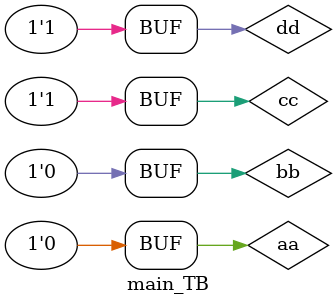
<source format=sv>
`timescale 1ns/1ns

module MyMain(input a,b,c,d, output w);
	supply1 Vdd;
	wire i;
	MyInverter I1(d,Vdd,i);
	MyInverter I2(c,i,w);
	MyNand N1(a,b,d,w);
endmodule

module main_TB();
	reg aa=0, bb=0, cc=1, dd=1;
	wire w;
	MyMain M1(aa,bb,cc,dd, w);
	initial begin
		#100 dd=0;
		#100 dd=1;
	end
endmodule

</source>
